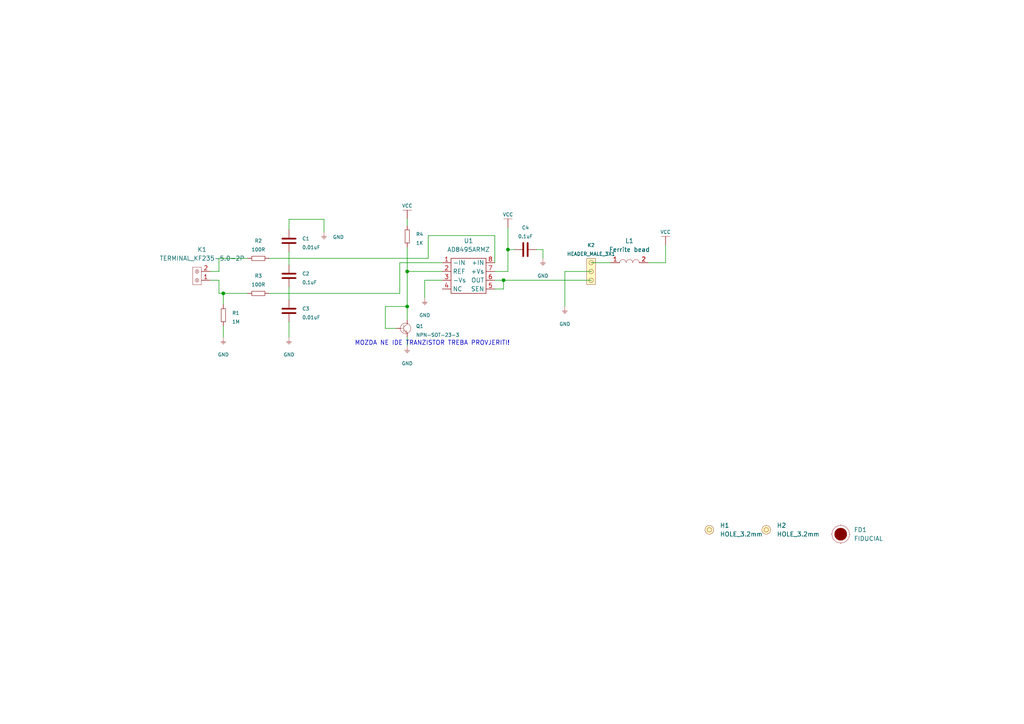
<source format=kicad_sch>
(kicad_sch (version 20210621) (generator eeschema)

  (uuid 99c002ab-0eea-43df-a330-928f95623910)

  (paper "A4")

  (lib_symbols
    (symbol "e-radionica.com schematics:0603C" (pin_numbers hide) (pin_names (offset 0.002)) (in_bom yes) (on_board yes)
      (property "Reference" "C" (id 0) (at -0.635 3.175 0)
        (effects (font (size 1 1)))
      )
      (property "Value" "0603C" (id 1) (at 0 -3.175 0)
        (effects (font (size 1 1)))
      )
      (property "Footprint" "e-radionica.com footprinti:0603C" (id 2) (at 0 0 0)
        (effects (font (size 1 1)) hide)
      )
      (property "Datasheet" "" (id 3) (at 0 0 0)
        (effects (font (size 1 1)) hide)
      )
      (symbol "0603C_0_1"
        (polyline
          (pts
            (xy -0.635 1.905)
            (xy -0.635 -1.905)
          )
          (stroke (width 0.5)) (fill (type none))
        )
        (polyline
          (pts
            (xy 0.635 1.905)
            (xy 0.635 -1.905)
          )
          (stroke (width 0.5)) (fill (type none))
        )
      )
      (symbol "0603C_1_1"
        (pin passive line (at -3.175 0 0) (length 2.54)
          (name "~" (effects (font (size 1.27 1.27))))
          (number "1" (effects (font (size 1.27 1.27))))
        )
        (pin passive line (at 3.175 0 180) (length 2.54)
          (name "~" (effects (font (size 1.27 1.27))))
          (number "2" (effects (font (size 1.27 1.27))))
        )
      )
    )
    (symbol "e-radionica.com schematics:0603L" (in_bom yes) (on_board yes)
      (property "Reference" "L" (id 0) (at 0 1.905 0)
        (effects (font (size 1.27 1.27)))
      )
      (property "Value" "0603L" (id 1) (at 0 -1.27 0)
        (effects (font (size 1.27 1.27)))
      )
      (property "Footprint" "e-radionica.com footprinti:0603L" (id 2) (at 0 -1.27 0)
        (effects (font (size 1.27 1.27)) hide)
      )
      (property "Datasheet" "" (id 3) (at 0 -1.27 0)
        (effects (font (size 1.27 1.27)) hide)
      )
      (symbol "0603L_0_1"
        (arc (start -3.175 0) (end -1.27 0) (radius (at -2.2225 -0.0138) (length 0.9526) (angles 179.2 0.8))
          (stroke (width 0.0006)) (fill (type none))
        )
        (arc (start -1.27 0) (end 0.635 0) (radius (at -0.3175 -0.0138) (length 0.9526) (angles 179.2 0.8))
          (stroke (width 0.0006)) (fill (type none))
        )
        (arc (start 0.635 0) (end 2.54 0) (radius (at 1.5875 -0.0138) (length 0.9526) (angles 179.2 0.8))
          (stroke (width 0.0006)) (fill (type none))
        )
      )
      (symbol "0603L_1_1"
        (pin passive line (at -5.715 0 0) (length 2.54)
          (name "" (effects (font (size 1.27 1.27))))
          (number "1" (effects (font (size 1.27 1.27))))
        )
        (pin passive line (at 5.08 0 180) (length 2.54)
          (name "" (effects (font (size 1.27 1.27))))
          (number "2" (effects (font (size 1.27 1.27))))
        )
      )
    )
    (symbol "e-radionica.com schematics:0603R" (pin_numbers hide) (pin_names (offset 0.254)) (in_bom yes) (on_board yes)
      (property "Reference" "R" (id 0) (at -1.905 1.905 0)
        (effects (font (size 1 1)))
      )
      (property "Value" "0603R" (id 1) (at 0 -1.905 0)
        (effects (font (size 1 1)))
      )
      (property "Footprint" "e-radionica.com footprinti:0603R" (id 2) (at -0.635 1.905 0)
        (effects (font (size 1 1)) hide)
      )
      (property "Datasheet" "" (id 3) (at -0.635 1.905 0)
        (effects (font (size 1 1)) hide)
      )
      (symbol "0603R_0_1"
        (rectangle (start -1.905 -0.635) (end 1.905 -0.6604)
          (stroke (width 0.1)) (fill (type none))
        )
        (rectangle (start -1.905 0.635) (end -1.8796 -0.635)
          (stroke (width 0.1)) (fill (type none))
        )
        (rectangle (start -1.905 0.635) (end 1.905 0.6096)
          (stroke (width 0.1)) (fill (type none))
        )
        (rectangle (start 1.905 0.635) (end 1.9304 -0.635)
          (stroke (width 0.1)) (fill (type none))
        )
      )
      (symbol "0603R_1_1"
        (pin passive line (at -3.175 0 0) (length 1.27)
          (name "~" (effects (font (size 1.27 1.27))))
          (number "1" (effects (font (size 1.27 1.27))))
        )
        (pin passive line (at 3.175 0 180) (length 1.27)
          (name "~" (effects (font (size 1.27 1.27))))
          (number "2" (effects (font (size 1.27 1.27))))
        )
      )
    )
    (symbol "e-radionica.com schematics:AD8495ARMZ" (in_bom yes) (on_board yes)
      (property "Reference" "U" (id 0) (at 0 -6.35 0)
        (effects (font (size 1.27 1.27)))
      )
      (property "Value" "AD8495ARMZ" (id 1) (at 0 10.16 0)
        (effects (font (size 1.27 1.27)))
      )
      (property "Footprint" "e-radionica.com footprinti:TP4056M-MSOP8" (id 2) (at 0 0 0)
        (effects (font (size 1.27 1.27)) hide)
      )
      (property "Datasheet" "" (id 3) (at 0 0 0)
        (effects (font (size 1.27 1.27)) hide)
      )
      (symbol "AD8495ARMZ_0_1"
        (rectangle (start -5.08 5.08) (end 5.08 -5.08)
          (stroke (width 0.1524)) (fill (type none))
        )
      )
      (symbol "AD8495ARMZ_1_1"
        (pin passive line (at -7.62 3.81 0) (length 2.54)
          (name "-IN" (effects (font (size 1.27 1.27))))
          (number "1" (effects (font (size 1.27 1.27))))
        )
        (pin passive line (at -7.62 1.27 0) (length 2.54)
          (name "REF" (effects (font (size 1.27 1.27))))
          (number "2" (effects (font (size 1.27 1.27))))
        )
        (pin passive line (at -7.62 -1.27 0) (length 2.54)
          (name "-Vs" (effects (font (size 1.27 1.27))))
          (number "3" (effects (font (size 1.27 1.27))))
        )
        (pin passive line (at -7.62 -3.81 0) (length 2.54)
          (name "NC" (effects (font (size 1.27 1.27))))
          (number "4" (effects (font (size 1.27 1.27))))
        )
        (pin passive line (at 7.62 -3.81 180) (length 2.54)
          (name "SEN" (effects (font (size 1.27 1.27))))
          (number "5" (effects (font (size 1.27 1.27))))
        )
        (pin passive line (at 7.62 -1.27 180) (length 2.54)
          (name "OUT" (effects (font (size 1.27 1.27))))
          (number "6" (effects (font (size 1.27 1.27))))
        )
        (pin passive line (at 7.62 1.27 180) (length 2.54)
          (name "+Vs" (effects (font (size 1.27 1.27))))
          (number "7" (effects (font (size 1.27 1.27))))
        )
        (pin passive line (at 7.62 3.81 180) (length 2.54)
          (name "+IN" (effects (font (size 1.27 1.27))))
          (number "8" (effects (font (size 1.27 1.27))))
        )
      )
    )
    (symbol "e-radionica.com schematics:FIDUCIAL" (in_bom no) (on_board yes)
      (property "Reference" "FD" (id 0) (at 0 3.81 0)
        (effects (font (size 1.27 1.27)))
      )
      (property "Value" "FIDUCIAL" (id 1) (at 0 -3.81 0)
        (effects (font (size 1.27 1.27)))
      )
      (property "Footprint" "e-radionica.com footprinti:FIDUCIAL_23" (id 2) (at 0.254 -5.334 0)
        (effects (font (size 1.27 1.27)) hide)
      )
      (property "Datasheet" "" (id 3) (at 0 0 0)
        (effects (font (size 1.27 1.27)) hide)
      )
      (symbol "FIDUCIAL_0_1"
        (circle (center 0 0) (radius 2.54) (stroke (width 0.0006)) (fill (type none)))
        (circle (center 0 0) (radius 1.7961) (stroke (width 0.001)) (fill (type outline)))
        (polyline
          (pts
            (xy -2.54 0)
            (xy -2.794 0)
          )
          (stroke (width 0.0006)) (fill (type none))
        )
        (polyline
          (pts
            (xy 0 -2.54)
            (xy 0 -2.794)
          )
          (stroke (width 0.0006)) (fill (type none))
        )
        (polyline
          (pts
            (xy 0 2.54)
            (xy 0 2.794)
          )
          (stroke (width 0.0006)) (fill (type none))
        )
        (polyline
          (pts
            (xy 2.54 0)
            (xy 2.794 0)
          )
          (stroke (width 0.0006)) (fill (type none))
        )
      )
    )
    (symbol "e-radionica.com schematics:GND" (power) (pin_names (offset 0)) (in_bom yes) (on_board yes)
      (property "Reference" "#PWR" (id 0) (at 4.445 0 0)
        (effects (font (size 1 1)) hide)
      )
      (property "Value" "GND" (id 1) (at 0 -2.921 0)
        (effects (font (size 1 1)))
      )
      (property "Footprint" "" (id 2) (at 4.445 3.81 0)
        (effects (font (size 1 1)) hide)
      )
      (property "Datasheet" "" (id 3) (at 4.445 3.81 0)
        (effects (font (size 1 1)) hide)
      )
      (property "ki_keywords" "power-flag" (id 4) (at 0 0 0)
        (effects (font (size 1.27 1.27)) hide)
      )
      (property "ki_description" "Power symbol creates a global label with name \"GND\"" (id 5) (at 0 0 0)
        (effects (font (size 1.27 1.27)) hide)
      )
      (symbol "GND_0_1"
        (polyline
          (pts
            (xy -0.762 -1.27)
            (xy 0.762 -1.27)
          )
          (stroke (width 0.0006)) (fill (type none))
        )
        (polyline
          (pts
            (xy -0.635 -1.524)
            (xy 0.635 -1.524)
          )
          (stroke (width 0.0006)) (fill (type none))
        )
        (polyline
          (pts
            (xy -0.381 -1.778)
            (xy 0.381 -1.778)
          )
          (stroke (width 0.0006)) (fill (type none))
        )
        (polyline
          (pts
            (xy -0.127 -2.032)
            (xy 0.127 -2.032)
          )
          (stroke (width 0.0006)) (fill (type none))
        )
        (polyline
          (pts
            (xy 0 0)
            (xy 0 -1.27)
          )
          (stroke (width 0.0006)) (fill (type none))
        )
      )
      (symbol "GND_1_1"
        (pin power_in line (at 0 0 270) (length 0) hide
          (name "GND" (effects (font (size 1.27 1.27))))
          (number "1" (effects (font (size 1.27 1.27))))
        )
      )
    )
    (symbol "e-radionica.com schematics:HEADER_MALE_3X1" (pin_numbers hide) (pin_names hide) (in_bom yes) (on_board yes)
      (property "Reference" "K" (id 0) (at -0.635 5.08 0)
        (effects (font (size 1 1)))
      )
      (property "Value" "HEADER_MALE_3X1" (id 1) (at 0 -5.08 0)
        (effects (font (size 1 1)))
      )
      (property "Footprint" "e-radionica.com footprinti:HEADER_MALE_3X1" (id 2) (at 0 -7.62 0)
        (effects (font (size 1 1)) hide)
      )
      (property "Datasheet" "" (id 3) (at 0 -2.54 0)
        (effects (font (size 1 1)) hide)
      )
      (symbol "HEADER_MALE_3X1_0_1"
        (circle (center 0 -2.54) (radius 0.635) (stroke (width 0.0006)) (fill (type none)))
        (circle (center 0 0) (radius 0.635) (stroke (width 0.0006)) (fill (type none)))
        (circle (center 0 2.54) (radius 0.635) (stroke (width 0.0006)) (fill (type none)))
        (rectangle (start 1.27 -3.81) (end -1.27 3.81)
          (stroke (width 0.001)) (fill (type background))
        )
      )
      (symbol "HEADER_MALE_3X1_1_1"
        (pin passive line (at 0 -2.54 180) (length 0)
          (name "~" (effects (font (size 1 1))))
          (number "1" (effects (font (size 1 1))))
        )
        (pin passive line (at 0 0 180) (length 0)
          (name "~" (effects (font (size 1 1))))
          (number "2" (effects (font (size 1 1))))
        )
        (pin passive line (at 0 2.54 180) (length 0)
          (name "~" (effects (font (size 1 1))))
          (number "3" (effects (font (size 1 1))))
        )
      )
    )
    (symbol "e-radionica.com schematics:HOLE_3.2mm" (pin_numbers hide) (pin_names hide) (in_bom yes) (on_board yes)
      (property "Reference" "H" (id 0) (at 0 2.54 0)
        (effects (font (size 1.27 1.27)))
      )
      (property "Value" "HOLE_3.2mm" (id 1) (at 0 -2.54 0)
        (effects (font (size 1.27 1.27)))
      )
      (property "Footprint" "e-radionica.com footprinti:HOLE_3.2mm" (id 2) (at 0 0 0)
        (effects (font (size 1.27 1.27)) hide)
      )
      (property "Datasheet" "" (id 3) (at 0 0 0)
        (effects (font (size 1.27 1.27)) hide)
      )
      (symbol "HOLE_3.2mm_0_1"
        (circle (center 0 0) (radius 0.635) (stroke (width 0.0006)) (fill (type none)))
        (circle (center 0 0) (radius 1.27) (stroke (width 0.001)) (fill (type background)))
      )
    )
    (symbol "e-radionica.com schematics:NPN-SOT-23-3" (pin_numbers hide) (pin_names hide) (in_bom yes) (on_board yes)
      (property "Reference" "Q" (id 0) (at -2.286 2.921 0)
        (effects (font (size 1 1)))
      )
      (property "Value" "NPN-SOT-23-3" (id 1) (at 0 -3.81 0)
        (effects (font (size 1 1)))
      )
      (property "Footprint" "e-radionica.com footprinti:SOT-23-3" (id 2) (at 0 0 0)
        (effects (font (size 1 1)) hide)
      )
      (property "Datasheet" "" (id 3) (at 0 0 0)
        (effects (font (size 1 1)) hide)
      )
      (symbol "NPN-SOT-23-3_0_1"
        (circle (center -0.508 0) (radius 1.524) (stroke (width 0.0006)) (fill (type none)))
        (polyline
          (pts
            (xy -2.032 0)
            (xy -1.016 0)
          )
          (stroke (width 0.0006)) (fill (type none))
        )
        (polyline
          (pts
            (xy -1.016 -0.381)
            (xy -0.4064 -0.9144)
          )
          (stroke (width 0.1)) (fill (type none))
        )
        (polyline
          (pts
            (xy -1.016 0.381)
            (xy 0 1.27)
          )
          (stroke (width 0.0006)) (fill (type none))
        )
        (polyline
          (pts
            (xy -1.016 1.016)
            (xy -1.016 -1.016)
          )
          (stroke (width 0.0006)) (fill (type none))
        )
        (polyline
          (pts
            (xy -0.6096 -1.1684)
            (xy -0.2032 -0.6604)
            (xy 0 -1.27)
            (xy -0.6096 -1.1684)
          )
          (stroke (width 0.0006)) (fill (type none))
        )
      )
      (symbol "NPN-SOT-23-3_1_1"
        (pin passive line (at -3.175 0 0) (length 1.27)
          (name "B" (effects (font (size 1 1))))
          (number "1" (effects (font (size 1 1))))
        )
        (pin passive line (at 0 -2.54 90) (length 1.27)
          (name "E" (effects (font (size 1 1))))
          (number "2" (effects (font (size 1 1))))
        )
        (pin passive line (at 0 2.54 270) (length 1.27)
          (name "C" (effects (font (size 1 1))))
          (number "3" (effects (font (size 1 1))))
        )
      )
    )
    (symbol "e-radionica.com schematics:TERMINAL_KF235-5.0-2P" (in_bom yes) (on_board yes)
      (property "Reference" "K" (id 0) (at 0 3.81 0)
        (effects (font (size 1.27 1.27)))
      )
      (property "Value" "TERMINAL_KF235-5.0-2P" (id 1) (at 0 -3.81 0)
        (effects (font (size 1.27 1.27)))
      )
      (property "Footprint" "e-radionica.com footprinti:TERMINAL_KF235-5.0-2P" (id 2) (at 0 0 0)
        (effects (font (size 1.27 1.27)) hide)
      )
      (property "Datasheet" "" (id 3) (at 0 0 0)
        (effects (font (size 1.27 1.27)) hide)
      )
      (symbol "TERMINAL_KF235-5.0-2P_0_1"
        (circle (center 0 -1.27) (radius 0.508) (stroke (width 0.0006)) (fill (type none)))
        (circle (center 0 1.27) (radius 0.508) (stroke (width 0.0006)) (fill (type none)))
        (rectangle (start -1.27 2.54) (end 1.27 -2.54)
          (stroke (width 0.0006)) (fill (type none))
        )
        (polyline
          (pts
            (xy -0.254 -1.27)
            (xy 0.254 -1.27)
          )
          (stroke (width 0.0006)) (fill (type none))
        )
        (polyline
          (pts
            (xy -0.254 1.27)
            (xy 0.254 1.27)
          )
          (stroke (width 0.0006)) (fill (type none))
        )
        (polyline
          (pts
            (xy 0 -0.762)
            (xy 0 -1.778)
          )
          (stroke (width 0.0006)) (fill (type none))
        )
        (polyline
          (pts
            (xy 0 1.778)
            (xy 0 0.762)
          )
          (stroke (width 0.0006)) (fill (type none))
        )
      )
      (symbol "TERMINAL_KF235-5.0-2P_1_1"
        (pin input line (at -3.81 1.27 0) (length 2.54)
          (name "~" (effects (font (size 1.27 1.27))))
          (number "1" (effects (font (size 1.27 1.27))))
        )
        (pin input line (at -3.81 -1.27 0) (length 2.54)
          (name "~" (effects (font (size 1.27 1.27))))
          (number "2" (effects (font (size 1.27 1.27))))
        )
      )
    )
    (symbol "e-radionica.com schematics:VCC" (power) (pin_names (offset 0)) (in_bom yes) (on_board yes)
      (property "Reference" "#PWR" (id 0) (at 4.445 0 0)
        (effects (font (size 1 1)) hide)
      )
      (property "Value" "VCC" (id 1) (at 0 3.556 0)
        (effects (font (size 1 1)))
      )
      (property "Footprint" "" (id 2) (at 4.445 3.81 0)
        (effects (font (size 1 1)) hide)
      )
      (property "Datasheet" "" (id 3) (at 4.445 3.81 0)
        (effects (font (size 1 1)) hide)
      )
      (property "ki_keywords" "power-flag" (id 4) (at 0 0 0)
        (effects (font (size 1.27 1.27)) hide)
      )
      (property "ki_description" "Power symbol creates a global label with name \"VCC\"" (id 5) (at 0 0 0)
        (effects (font (size 1.27 1.27)) hide)
      )
      (symbol "VCC_0_1"
        (polyline
          (pts
            (xy -1.27 2.54)
            (xy 1.27 2.54)
          )
          (stroke (width 0.0006)) (fill (type none))
        )
        (polyline
          (pts
            (xy 0 0)
            (xy 0 2.54)
          )
          (stroke (width 0)) (fill (type none))
        )
      )
      (symbol "VCC_1_1"
        (pin power_in line (at 0 0 90) (length 0) hide
          (name "VCC" (effects (font (size 1.27 1.27))))
          (number "1" (effects (font (size 1.27 1.27))))
        )
      )
    )
  )

  (junction (at 64.77 85.09) (diameter 0.9144) (color 0 0 0 0))
  (junction (at 118.11 78.74) (diameter 0.9144) (color 0 0 0 0))
  (junction (at 118.11 88.9) (diameter 0.9144) (color 0 0 0 0))
  (junction (at 146.05 81.28) (diameter 0.9144) (color 0 0 0 0))
  (junction (at 147.32 72.39) (diameter 0.9144) (color 0 0 0 0))

  (wire (pts (xy 60.96 78.74) (xy 63.5 78.74))
    (stroke (width 0) (type solid) (color 0 0 0 0))
    (uuid da48b8d4-973d-46aa-b738-540de0c00343)
  )
  (wire (pts (xy 60.96 81.28) (xy 63.5 81.28))
    (stroke (width 0) (type solid) (color 0 0 0 0))
    (uuid 65329ee2-42b1-42a5-a7d3-cb5059611159)
  )
  (wire (pts (xy 63.5 74.93) (xy 71.755 74.93))
    (stroke (width 0) (type solid) (color 0 0 0 0))
    (uuid da48b8d4-973d-46aa-b738-540de0c00343)
  )
  (wire (pts (xy 63.5 78.74) (xy 63.5 74.93))
    (stroke (width 0) (type solid) (color 0 0 0 0))
    (uuid da48b8d4-973d-46aa-b738-540de0c00343)
  )
  (wire (pts (xy 63.5 81.28) (xy 63.5 85.09))
    (stroke (width 0) (type solid) (color 0 0 0 0))
    (uuid 65329ee2-42b1-42a5-a7d3-cb5059611159)
  )
  (wire (pts (xy 63.5 85.09) (xy 64.77 85.09))
    (stroke (width 0) (type solid) (color 0 0 0 0))
    (uuid 65329ee2-42b1-42a5-a7d3-cb5059611159)
  )
  (wire (pts (xy 64.77 85.09) (xy 64.77 88.265))
    (stroke (width 0) (type solid) (color 0 0 0 0))
    (uuid 36010e3e-c1e5-4f1e-9ba1-17ff6e30f4c1)
  )
  (wire (pts (xy 64.77 85.09) (xy 71.755 85.09))
    (stroke (width 0) (type solid) (color 0 0 0 0))
    (uuid 65329ee2-42b1-42a5-a7d3-cb5059611159)
  )
  (wire (pts (xy 64.77 94.615) (xy 64.77 97.79))
    (stroke (width 0) (type solid) (color 0 0 0 0))
    (uuid 863cbfba-3503-4f44-8466-9277e6100c75)
  )
  (wire (pts (xy 78.105 85.09) (xy 115.951 85.09))
    (stroke (width 0) (type solid) (color 0 0 0 0))
    (uuid a373d7ee-be1a-4bcc-8c9f-acb7486ae7f7)
  )
  (wire (pts (xy 83.82 63.627) (xy 93.98 63.627))
    (stroke (width 0) (type solid) (color 0 0 0 0))
    (uuid cc02633b-cca5-4b82-ab17-ba7a47c27b73)
  )
  (wire (pts (xy 83.82 66.675) (xy 83.82 63.627))
    (stroke (width 0) (type solid) (color 0 0 0 0))
    (uuid cc02633b-cca5-4b82-ab17-ba7a47c27b73)
  )
  (wire (pts (xy 83.82 73.025) (xy 83.82 76.835))
    (stroke (width 0) (type solid) (color 0 0 0 0))
    (uuid 6b2e368a-2880-4dd2-8131-078fb9fe5e74)
  )
  (wire (pts (xy 83.82 83.185) (xy 83.82 86.995))
    (stroke (width 0) (type solid) (color 0 0 0 0))
    (uuid ca69ebfd-65bb-46e1-829b-0f7442076a1c)
  )
  (wire (pts (xy 83.82 93.345) (xy 83.82 97.79))
    (stroke (width 0) (type solid) (color 0 0 0 0))
    (uuid 82cbc508-d790-47ea-95f9-923d40f597a1)
  )
  (wire (pts (xy 93.98 63.627) (xy 93.98 67.31))
    (stroke (width 0) (type solid) (color 0 0 0 0))
    (uuid cc02633b-cca5-4b82-ab17-ba7a47c27b73)
  )
  (wire (pts (xy 111.76 88.9) (xy 111.76 95.25))
    (stroke (width 0) (type solid) (color 0 0 0 0))
    (uuid 316d05c4-b2fa-4f29-98b6-58ad6f17ae54)
  )
  (wire (pts (xy 111.76 95.25) (xy 114.935 95.25))
    (stroke (width 0) (type solid) (color 0 0 0 0))
    (uuid 316d05c4-b2fa-4f29-98b6-58ad6f17ae54)
  )
  (wire (pts (xy 115.951 76.2) (xy 128.27 76.2))
    (stroke (width 0) (type solid) (color 0 0 0 0))
    (uuid a373d7ee-be1a-4bcc-8c9f-acb7486ae7f7)
  )
  (wire (pts (xy 115.951 85.09) (xy 115.951 76.2))
    (stroke (width 0) (type solid) (color 0 0 0 0))
    (uuid a373d7ee-be1a-4bcc-8c9f-acb7486ae7f7)
  )
  (wire (pts (xy 118.11 63.5) (xy 118.11 65.405))
    (stroke (width 0) (type solid) (color 0 0 0 0))
    (uuid 1fdc4f05-7dc0-4f47-8a30-4b6095c2c1a6)
  )
  (wire (pts (xy 118.11 78.74) (xy 118.11 71.755))
    (stroke (width 0) (type solid) (color 0 0 0 0))
    (uuid 3cd7abe0-9a65-4de3-a30a-df6d67fae795)
  )
  (wire (pts (xy 118.11 78.74) (xy 118.11 88.9))
    (stroke (width 0) (type solid) (color 0 0 0 0))
    (uuid 41ecb85b-c73b-41cb-9300-a3d1fb4cf277)
  )
  (wire (pts (xy 118.11 88.9) (xy 111.76 88.9))
    (stroke (width 0) (type solid) (color 0 0 0 0))
    (uuid 316d05c4-b2fa-4f29-98b6-58ad6f17ae54)
  )
  (wire (pts (xy 118.11 88.9) (xy 118.11 92.71))
    (stroke (width 0) (type solid) (color 0 0 0 0))
    (uuid 41ecb85b-c73b-41cb-9300-a3d1fb4cf277)
  )
  (wire (pts (xy 118.11 97.79) (xy 118.11 100.33))
    (stroke (width 0) (type solid) (color 0 0 0 0))
    (uuid c3583a05-3e0d-4ca3-824c-7f96663a8e23)
  )
  (wire (pts (xy 123.19 81.28) (xy 123.19 86.36))
    (stroke (width 0) (type solid) (color 0 0 0 0))
    (uuid 163f5061-f451-4697-a352-7615c8685d4b)
  )
  (wire (pts (xy 124.206 68.326) (xy 124.206 74.93))
    (stroke (width 0) (type solid) (color 0 0 0 0))
    (uuid c8de6b3a-0fd8-4ccf-9a22-9f9794deb35f)
  )
  (wire (pts (xy 124.206 74.93) (xy 78.105 74.93))
    (stroke (width 0) (type solid) (color 0 0 0 0))
    (uuid c8de6b3a-0fd8-4ccf-9a22-9f9794deb35f)
  )
  (wire (pts (xy 128.27 78.74) (xy 118.11 78.74))
    (stroke (width 0) (type solid) (color 0 0 0 0))
    (uuid 3cd7abe0-9a65-4de3-a30a-df6d67fae795)
  )
  (wire (pts (xy 128.27 81.28) (xy 123.19 81.28))
    (stroke (width 0) (type solid) (color 0 0 0 0))
    (uuid 163f5061-f451-4697-a352-7615c8685d4b)
  )
  (wire (pts (xy 143.51 68.326) (xy 124.206 68.326))
    (stroke (width 0) (type solid) (color 0 0 0 0))
    (uuid c8de6b3a-0fd8-4ccf-9a22-9f9794deb35f)
  )
  (wire (pts (xy 143.51 76.2) (xy 143.51 68.326))
    (stroke (width 0) (type solid) (color 0 0 0 0))
    (uuid c8de6b3a-0fd8-4ccf-9a22-9f9794deb35f)
  )
  (wire (pts (xy 143.51 81.28) (xy 146.05 81.28))
    (stroke (width 0) (type solid) (color 0 0 0 0))
    (uuid 8d4c5bfc-5740-4d49-954e-4360ae949b44)
  )
  (wire (pts (xy 143.51 83.82) (xy 146.05 83.82))
    (stroke (width 0) (type solid) (color 0 0 0 0))
    (uuid 1e228094-11cc-4f51-a5b5-4346885d9953)
  )
  (wire (pts (xy 146.05 81.28) (xy 171.45 81.28))
    (stroke (width 0) (type solid) (color 0 0 0 0))
    (uuid 8d4c5bfc-5740-4d49-954e-4360ae949b44)
  )
  (wire (pts (xy 146.05 83.82) (xy 146.05 81.28))
    (stroke (width 0) (type solid) (color 0 0 0 0))
    (uuid 1e228094-11cc-4f51-a5b5-4346885d9953)
  )
  (wire (pts (xy 147.32 66.04) (xy 147.32 72.39))
    (stroke (width 0) (type solid) (color 0 0 0 0))
    (uuid 2e33b465-f24d-40d4-84a4-65330cb7ac0b)
  )
  (wire (pts (xy 147.32 72.39) (xy 147.32 78.74))
    (stroke (width 0) (type solid) (color 0 0 0 0))
    (uuid 2e33b465-f24d-40d4-84a4-65330cb7ac0b)
  )
  (wire (pts (xy 147.32 72.39) (xy 149.225 72.39))
    (stroke (width 0) (type solid) (color 0 0 0 0))
    (uuid 3642b686-819d-40f0-8e9c-082867012801)
  )
  (wire (pts (xy 147.32 78.74) (xy 143.51 78.74))
    (stroke (width 0) (type solid) (color 0 0 0 0))
    (uuid 2e33b465-f24d-40d4-84a4-65330cb7ac0b)
  )
  (wire (pts (xy 157.48 72.39) (xy 155.575 72.39))
    (stroke (width 0) (type solid) (color 0 0 0 0))
    (uuid 4e4b115e-88a3-43a8-90b0-5bb031a549ca)
  )
  (wire (pts (xy 157.48 74.93) (xy 157.48 72.39))
    (stroke (width 0) (type solid) (color 0 0 0 0))
    (uuid 4e4b115e-88a3-43a8-90b0-5bb031a549ca)
  )
  (wire (pts (xy 163.83 78.74) (xy 163.83 88.9))
    (stroke (width 0) (type solid) (color 0 0 0 0))
    (uuid c019cedd-79fd-480d-83ff-fe1d677a4223)
  )
  (wire (pts (xy 171.45 76.2) (xy 177.165 76.2))
    (stroke (width 0) (type solid) (color 0 0 0 0))
    (uuid a2278deb-3784-4794-a0fc-fd0f6cd6b83c)
  )
  (wire (pts (xy 171.45 78.74) (xy 163.83 78.74))
    (stroke (width 0) (type solid) (color 0 0 0 0))
    (uuid c019cedd-79fd-480d-83ff-fe1d677a4223)
  )
  (wire (pts (xy 187.96 76.2) (xy 193.04 76.2))
    (stroke (width 0) (type solid) (color 0 0 0 0))
    (uuid 9ff20c62-62dd-4396-a1c0-c1c08f37dc6d)
  )
  (wire (pts (xy 193.04 76.2) (xy 193.04 71.12))
    (stroke (width 0) (type solid) (color 0 0 0 0))
    (uuid 9ff20c62-62dd-4396-a1c0-c1c08f37dc6d)
  )

  (text "MOZDA NE IDE TRANZISTOR TREBA PROVJERITI!" (at 102.87 100.33 0)
    (effects (font (size 1.27 1.27)) (justify left bottom))
    (uuid 5ae745e0-1182-48c2-b534-12f70eee832d)
  )

  (symbol (lib_id "e-radionica.com schematics:GND") (at 64.77 97.79 0) (unit 1)
    (in_bom yes) (on_board yes) (fields_autoplaced)
    (uuid 37603d53-f931-4b82-88fd-dc0e7771cc6a)
    (property "Reference" "#PWR01" (id 0) (at 69.215 97.79 0)
      (effects (font (size 1 1)) hide)
    )
    (property "Value" "GND" (id 1) (at 64.77 102.87 0)
      (effects (font (size 1 1)))
    )
    (property "Footprint" "" (id 2) (at 69.215 93.98 0)
      (effects (font (size 1 1)) hide)
    )
    (property "Datasheet" "" (id 3) (at 69.215 93.98 0)
      (effects (font (size 1 1)) hide)
    )
    (pin "1" (uuid f216fce7-491e-4986-943a-a7328b38d57f))
  )

  (symbol (lib_id "e-radionica.com schematics:GND") (at 83.82 97.79 0) (unit 1)
    (in_bom yes) (on_board yes) (fields_autoplaced)
    (uuid bb8a6da9-ee27-45bb-a985-11cf1f13ca0b)
    (property "Reference" "#PWR02" (id 0) (at 88.265 97.79 0)
      (effects (font (size 1 1)) hide)
    )
    (property "Value" "GND" (id 1) (at 83.82 102.87 0)
      (effects (font (size 1 1)))
    )
    (property "Footprint" "" (id 2) (at 88.265 93.98 0)
      (effects (font (size 1 1)) hide)
    )
    (property "Datasheet" "" (id 3) (at 88.265 93.98 0)
      (effects (font (size 1 1)) hide)
    )
    (pin "1" (uuid 96cfde23-8537-4d3e-a70f-fca80726a845))
  )

  (symbol (lib_id "e-radionica.com schematics:GND") (at 93.98 67.31 0) (unit 1)
    (in_bom yes) (on_board yes) (fields_autoplaced)
    (uuid 9100221e-95c7-400c-bc73-c662ea3cdff7)
    (property "Reference" "#PWR03" (id 0) (at 98.425 67.31 0)
      (effects (font (size 1 1)) hide)
    )
    (property "Value" "GND" (id 1) (at 96.52 68.7706 0)
      (effects (font (size 1 1)) (justify left))
    )
    (property "Footprint" "" (id 2) (at 98.425 63.5 0)
      (effects (font (size 1 1)) hide)
    )
    (property "Datasheet" "" (id 3) (at 98.425 63.5 0)
      (effects (font (size 1 1)) hide)
    )
    (pin "1" (uuid 160a94e0-a6fa-400f-b7ec-30a5803f6632))
  )

  (symbol (lib_id "e-radionica.com schematics:GND") (at 118.11 100.33 0) (unit 1)
    (in_bom yes) (on_board yes) (fields_autoplaced)
    (uuid 77537a99-05be-4fd9-96ca-a41452ec777f)
    (property "Reference" "#PWR05" (id 0) (at 122.555 100.33 0)
      (effects (font (size 1 1)) hide)
    )
    (property "Value" "GND" (id 1) (at 118.11 105.41 0)
      (effects (font (size 1 1)))
    )
    (property "Footprint" "" (id 2) (at 122.555 96.52 0)
      (effects (font (size 1 1)) hide)
    )
    (property "Datasheet" "" (id 3) (at 122.555 96.52 0)
      (effects (font (size 1 1)) hide)
    )
    (pin "1" (uuid 21ddf031-7f7f-40e0-ad0e-3bfb38e928f3))
  )

  (symbol (lib_id "e-radionica.com schematics:GND") (at 123.19 86.36 0) (unit 1)
    (in_bom yes) (on_board yes) (fields_autoplaced)
    (uuid f46d28ec-a08b-4efc-ba3a-c52f296d1188)
    (property "Reference" "#PWR06" (id 0) (at 127.635 86.36 0)
      (effects (font (size 1 1)) hide)
    )
    (property "Value" "GND" (id 1) (at 123.19 91.44 0)
      (effects (font (size 1 1)))
    )
    (property "Footprint" "" (id 2) (at 127.635 82.55 0)
      (effects (font (size 1 1)) hide)
    )
    (property "Datasheet" "" (id 3) (at 127.635 82.55 0)
      (effects (font (size 1 1)) hide)
    )
    (pin "1" (uuid da27aba3-689e-4649-b1cb-b0c1598d3523))
  )

  (symbol (lib_id "e-radionica.com schematics:GND") (at 157.48 74.93 0) (unit 1)
    (in_bom yes) (on_board yes) (fields_autoplaced)
    (uuid 1ca6ad60-5b0b-4079-a3b0-69a450f4a993)
    (property "Reference" "#PWR08" (id 0) (at 161.925 74.93 0)
      (effects (font (size 1 1)) hide)
    )
    (property "Value" "GND" (id 1) (at 157.48 80.01 0)
      (effects (font (size 1 1)))
    )
    (property "Footprint" "" (id 2) (at 161.925 71.12 0)
      (effects (font (size 1 1)) hide)
    )
    (property "Datasheet" "" (id 3) (at 161.925 71.12 0)
      (effects (font (size 1 1)) hide)
    )
    (pin "1" (uuid 5b67b9c3-fdc8-4ab4-b833-8619eeb5abc6))
  )

  (symbol (lib_id "e-radionica.com schematics:GND") (at 163.83 88.9 0) (unit 1)
    (in_bom yes) (on_board yes) (fields_autoplaced)
    (uuid 2160f723-1a31-4bed-b5a5-a3101736cc63)
    (property "Reference" "#PWR09" (id 0) (at 168.275 88.9 0)
      (effects (font (size 1 1)) hide)
    )
    (property "Value" "GND" (id 1) (at 163.83 93.98 0)
      (effects (font (size 1 1)))
    )
    (property "Footprint" "" (id 2) (at 168.275 85.09 0)
      (effects (font (size 1 1)) hide)
    )
    (property "Datasheet" "" (id 3) (at 168.275 85.09 0)
      (effects (font (size 1 1)) hide)
    )
    (pin "1" (uuid eb93b5a7-dd51-4f7d-9a43-dfd02558e7fa))
  )

  (symbol (lib_id "e-radionica.com schematics:HOLE_3.2mm") (at 205.74 153.67 0) (unit 1)
    (in_bom yes) (on_board yes) (fields_autoplaced)
    (uuid a67436d8-b855-4177-aacc-7426b1d0508e)
    (property "Reference" "H1" (id 0) (at 208.788 152.3999 0)
      (effects (font (size 1.27 1.27)) (justify left))
    )
    (property "Value" "HOLE_3.2mm" (id 1) (at 208.788 154.9399 0)
      (effects (font (size 1.27 1.27)) (justify left))
    )
    (property "Footprint" "e-radionica.com footprinti:HOLE_3.2mm" (id 2) (at 205.74 153.67 0)
      (effects (font (size 1.27 1.27)) hide)
    )
    (property "Datasheet" "" (id 3) (at 205.74 153.67 0)
      (effects (font (size 1.27 1.27)) hide)
    )
  )

  (symbol (lib_id "e-radionica.com schematics:HOLE_3.2mm") (at 222.25 153.67 0) (unit 1)
    (in_bom yes) (on_board yes) (fields_autoplaced)
    (uuid a91ae76a-5be3-4260-9c48-77ec22ef560d)
    (property "Reference" "H2" (id 0) (at 225.298 152.3999 0)
      (effects (font (size 1.27 1.27)) (justify left))
    )
    (property "Value" "HOLE_3.2mm" (id 1) (at 225.298 154.9399 0)
      (effects (font (size 1.27 1.27)) (justify left))
    )
    (property "Footprint" "e-radionica.com footprinti:HOLE_3.2mm" (id 2) (at 222.25 153.67 0)
      (effects (font (size 1.27 1.27)) hide)
    )
    (property "Datasheet" "" (id 3) (at 222.25 153.67 0)
      (effects (font (size 1.27 1.27)) hide)
    )
  )

  (symbol (lib_id "e-radionica.com schematics:VCC") (at 118.11 63.5 0) (unit 1)
    (in_bom yes) (on_board yes) (fields_autoplaced)
    (uuid 0c9df43b-581e-42d6-a5d3-b5642f0b38e6)
    (property "Reference" "#PWR04" (id 0) (at 122.555 63.5 0)
      (effects (font (size 1 1)) hide)
    )
    (property "Value" "VCC" (id 1) (at 118.11 59.69 0)
      (effects (font (size 1 1)))
    )
    (property "Footprint" "" (id 2) (at 122.555 59.69 0)
      (effects (font (size 1 1)) hide)
    )
    (property "Datasheet" "" (id 3) (at 122.555 59.69 0)
      (effects (font (size 1 1)) hide)
    )
    (pin "1" (uuid c4847537-39fd-4556-a3f9-fd0c46a14bac))
  )

  (symbol (lib_id "e-radionica.com schematics:VCC") (at 147.32 66.04 0) (unit 1)
    (in_bom yes) (on_board yes) (fields_autoplaced)
    (uuid 27782c21-7cb8-4fc3-ad35-87222d731a81)
    (property "Reference" "#PWR07" (id 0) (at 151.765 66.04 0)
      (effects (font (size 1 1)) hide)
    )
    (property "Value" "VCC" (id 1) (at 147.32 62.23 0)
      (effects (font (size 1 1)))
    )
    (property "Footprint" "" (id 2) (at 151.765 62.23 0)
      (effects (font (size 1 1)) hide)
    )
    (property "Datasheet" "" (id 3) (at 151.765 62.23 0)
      (effects (font (size 1 1)) hide)
    )
    (pin "1" (uuid 6872a0ae-63e0-4c45-b920-4a7e766434d1))
  )

  (symbol (lib_id "e-radionica.com schematics:VCC") (at 193.04 71.12 0) (unit 1)
    (in_bom yes) (on_board yes) (fields_autoplaced)
    (uuid f0704b9e-a020-43aa-b5ce-f718b43e278a)
    (property "Reference" "#PWR010" (id 0) (at 197.485 71.12 0)
      (effects (font (size 1 1)) hide)
    )
    (property "Value" "VCC" (id 1) (at 193.04 67.31 0)
      (effects (font (size 1 1)))
    )
    (property "Footprint" "" (id 2) (at 197.485 67.31 0)
      (effects (font (size 1 1)) hide)
    )
    (property "Datasheet" "" (id 3) (at 197.485 67.31 0)
      (effects (font (size 1 1)) hide)
    )
    (pin "1" (uuid 8496b515-c5e8-49d5-8973-e3cb36a3c531))
  )

  (symbol (lib_id "e-radionica.com schematics:0603R") (at 64.77 91.44 90) (unit 1)
    (in_bom yes) (on_board yes) (fields_autoplaced)
    (uuid 83418f98-8142-4fea-a68f-e21b673f417e)
    (property "Reference" "R1" (id 0) (at 67.31 90.805 90)
      (effects (font (size 1 1)) (justify right))
    )
    (property "Value" "1M" (id 1) (at 67.31 93.345 90)
      (effects (font (size 1 1)) (justify right))
    )
    (property "Footprint" "e-radionica.com footprinti:0603R" (id 2) (at 62.865 92.075 0)
      (effects (font (size 1 1)) hide)
    )
    (property "Datasheet" "" (id 3) (at 62.865 92.075 0)
      (effects (font (size 1 1)) hide)
    )
    (pin "1" (uuid 457b3176-cdc6-4adb-a0a9-9cfafcd92def))
    (pin "2" (uuid 5286fe5e-40a8-4368-9a3f-7c4a88ca657c))
  )

  (symbol (lib_id "e-radionica.com schematics:0603R") (at 74.93 74.93 0) (unit 1)
    (in_bom yes) (on_board yes) (fields_autoplaced)
    (uuid 34d21b28-4695-495b-845b-a4bcce66753b)
    (property "Reference" "R2" (id 0) (at 74.93 69.85 0)
      (effects (font (size 1 1)))
    )
    (property "Value" "100R" (id 1) (at 74.93 72.39 0)
      (effects (font (size 1 1)))
    )
    (property "Footprint" "e-radionica.com footprinti:0603R" (id 2) (at 74.295 73.025 0)
      (effects (font (size 1 1)) hide)
    )
    (property "Datasheet" "" (id 3) (at 74.295 73.025 0)
      (effects (font (size 1 1)) hide)
    )
    (pin "1" (uuid 7f78a206-5a37-473c-938e-44a425ad38b3))
    (pin "2" (uuid c11345aa-26c3-4cdd-96e2-1eeed41e9c0d))
  )

  (symbol (lib_id "e-radionica.com schematics:0603R") (at 74.93 85.09 0) (unit 1)
    (in_bom yes) (on_board yes) (fields_autoplaced)
    (uuid b3194111-014f-426c-92b8-578ecac6585b)
    (property "Reference" "R3" (id 0) (at 74.93 80.01 0)
      (effects (font (size 1 1)))
    )
    (property "Value" "100R" (id 1) (at 74.93 82.55 0)
      (effects (font (size 1 1)))
    )
    (property "Footprint" "e-radionica.com footprinti:0603R" (id 2) (at 74.295 83.185 0)
      (effects (font (size 1 1)) hide)
    )
    (property "Datasheet" "" (id 3) (at 74.295 83.185 0)
      (effects (font (size 1 1)) hide)
    )
    (pin "1" (uuid 959261d7-e43c-4361-ad16-5af389ab2971))
    (pin "2" (uuid eb19e29f-6f7e-4d3b-80b7-c497577fa814))
  )

  (symbol (lib_id "e-radionica.com schematics:0603R") (at 118.11 68.58 90) (unit 1)
    (in_bom yes) (on_board yes) (fields_autoplaced)
    (uuid 49860514-5915-47da-9637-734c62d30dbd)
    (property "Reference" "R4" (id 0) (at 120.65 67.945 90)
      (effects (font (size 1 1)) (justify right))
    )
    (property "Value" "1K" (id 1) (at 120.65 70.485 90)
      (effects (font (size 1 1)) (justify right))
    )
    (property "Footprint" "e-radionica.com footprinti:0603R" (id 2) (at 116.205 69.215 0)
      (effects (font (size 1 1)) hide)
    )
    (property "Datasheet" "" (id 3) (at 116.205 69.215 0)
      (effects (font (size 1 1)) hide)
    )
    (pin "1" (uuid 0f89269f-1f9a-4fe9-afee-1fbf449229d3))
    (pin "2" (uuid 2a9e4f6f-1db4-4f8b-92da-33b51996dc0a))
  )

  (symbol (lib_id "e-radionica.com schematics:0603L") (at 182.88 76.2 0) (unit 1)
    (in_bom yes) (on_board yes) (fields_autoplaced)
    (uuid 142a8d12-ed37-4999-9aa6-2140956285b1)
    (property "Reference" "L1" (id 0) (at 182.5625 69.85 0))
    (property "Value" "Ferrite bead" (id 1) (at 182.5625 72.39 0))
    (property "Footprint" "e-radionica.com footprinti:0603L" (id 2) (at 182.88 77.47 0)
      (effects (font (size 1.27 1.27)) hide)
    )
    (property "Datasheet" "" (id 3) (at 182.88 77.47 0)
      (effects (font (size 1.27 1.27)) hide)
    )
    (pin "1" (uuid 02b20c2f-fc28-4b14-8ed2-3f04373c2fc6))
    (pin "2" (uuid 3e4c0055-e33a-4ae0-949a-8da58b136dff))
  )

  (symbol (lib_id "e-radionica.com schematics:HEADER_MALE_3X1") (at 171.45 78.74 0) (unit 1)
    (in_bom yes) (on_board yes) (fields_autoplaced)
    (uuid c0fb392f-05f3-493c-aadf-24fc2ddcce0b)
    (property "Reference" "K2" (id 0) (at 171.45 71.12 0)
      (effects (font (size 1 1)))
    )
    (property "Value" "HEADER_MALE_3X1" (id 1) (at 171.45 73.66 0)
      (effects (font (size 1 1)))
    )
    (property "Footprint" "e-radionica.com footprinti:HEADER_MALE_3X1" (id 2) (at 171.45 86.36 0)
      (effects (font (size 1 1)) hide)
    )
    (property "Datasheet" "" (id 3) (at 171.45 81.28 0)
      (effects (font (size 1 1)) hide)
    )
    (pin "1" (uuid ca4bb875-c4ec-45f0-860d-e1e5ea162e75))
    (pin "2" (uuid 7f8805db-d15a-484a-ac7d-e4f8ad097f79))
    (pin "3" (uuid 608838a9-29a6-4b94-bbbe-32498d352647))
  )

  (symbol (lib_id "e-radionica.com schematics:NPN-SOT-23-3") (at 118.11 95.25 0) (unit 1)
    (in_bom yes) (on_board yes) (fields_autoplaced)
    (uuid 363e832d-7485-4c8c-957f-f284c94efb01)
    (property "Reference" "Q1" (id 0) (at 120.65 94.615 0)
      (effects (font (size 1 1)) (justify left))
    )
    (property "Value" "NPN-SOT-23-3" (id 1) (at 120.65 97.155 0)
      (effects (font (size 1 1)) (justify left))
    )
    (property "Footprint" "e-radionica.com footprinti:SOT-23-3" (id 2) (at 118.11 95.25 0)
      (effects (font (size 1 1)) hide)
    )
    (property "Datasheet" "" (id 3) (at 118.11 95.25 0)
      (effects (font (size 1 1)) hide)
    )
    (pin "1" (uuid 18ecdbca-0335-4218-a69f-3792142922f7))
    (pin "2" (uuid 23329210-6e78-4e20-8a8f-44068f6c982d))
    (pin "3" (uuid c64f61f8-f4a8-4f25-8b09-8b2cbccf0b42))
  )

  (symbol (lib_id "e-radionica.com schematics:TERMINAL_KF235-5.0-2P") (at 57.15 80.01 180) (unit 1)
    (in_bom yes) (on_board yes) (fields_autoplaced)
    (uuid c06d432b-7b1b-4b1f-96f6-8e1ca6533570)
    (property "Reference" "K1" (id 0) (at 58.6103 72.39 0))
    (property "Value" "TERMINAL_KF235-5.0-2P" (id 1) (at 58.6103 74.93 0))
    (property "Footprint" "e-radionica.com footprinti:TERMINAL_KF235-5.0-2P" (id 2) (at 57.15 80.01 0)
      (effects (font (size 1.27 1.27)) hide)
    )
    (property "Datasheet" "" (id 3) (at 57.15 80.01 0)
      (effects (font (size 1.27 1.27)) hide)
    )
    (pin "1" (uuid 30464340-4d6b-45f7-b869-d21a8a8ed3c7))
    (pin "2" (uuid 5ae2db39-4d0b-403c-b0ef-27cdaa6ea11e))
  )

  (symbol (lib_id "e-radionica.com schematics:0603C") (at 83.82 69.85 90) (unit 1)
    (in_bom yes) (on_board yes) (fields_autoplaced)
    (uuid 8886bc23-3740-4ea3-a2b3-2999eb3372fa)
    (property "Reference" "C1" (id 0) (at 87.63 69.215 90)
      (effects (font (size 1 1)) (justify right))
    )
    (property "Value" "0.01uF" (id 1) (at 87.63 71.755 90)
      (effects (font (size 1 1)) (justify right))
    )
    (property "Footprint" "e-radionica.com footprinti:0603C" (id 2) (at 83.82 69.85 0)
      (effects (font (size 1 1)) hide)
    )
    (property "Datasheet" "" (id 3) (at 83.82 69.85 0)
      (effects (font (size 1 1)) hide)
    )
    (pin "1" (uuid 61345755-60ad-4568-9052-0eac09fd36b0))
    (pin "2" (uuid 4e1ac01a-9b0f-48a4-a3e2-98bec3098060))
  )

  (symbol (lib_id "e-radionica.com schematics:0603C") (at 83.82 80.01 90) (unit 1)
    (in_bom yes) (on_board yes) (fields_autoplaced)
    (uuid 40446c20-215d-4944-b1ac-c56417c1446f)
    (property "Reference" "C2" (id 0) (at 87.63 79.375 90)
      (effects (font (size 1 1)) (justify right))
    )
    (property "Value" "0.1uF" (id 1) (at 87.63 81.915 90)
      (effects (font (size 1 1)) (justify right))
    )
    (property "Footprint" "e-radionica.com footprinti:0603C" (id 2) (at 83.82 80.01 0)
      (effects (font (size 1 1)) hide)
    )
    (property "Datasheet" "" (id 3) (at 83.82 80.01 0)
      (effects (font (size 1 1)) hide)
    )
    (pin "1" (uuid afa5e008-4fca-4df5-857d-0529dbbb602e))
    (pin "2" (uuid 70ba507a-a64c-45bd-be14-8c2b07b0ccd8))
  )

  (symbol (lib_id "e-radionica.com schematics:0603C") (at 83.82 90.17 90) (unit 1)
    (in_bom yes) (on_board yes) (fields_autoplaced)
    (uuid 269bd223-a38e-4539-9425-df4e2116f039)
    (property "Reference" "C3" (id 0) (at 87.63 89.535 90)
      (effects (font (size 1 1)) (justify right))
    )
    (property "Value" "0.01uF" (id 1) (at 87.63 92.075 90)
      (effects (font (size 1 1)) (justify right))
    )
    (property "Footprint" "e-radionica.com footprinti:0603C" (id 2) (at 83.82 90.17 0)
      (effects (font (size 1 1)) hide)
    )
    (property "Datasheet" "" (id 3) (at 83.82 90.17 0)
      (effects (font (size 1 1)) hide)
    )
    (pin "1" (uuid e2ccb32f-44f8-4d39-98c0-631334647f42))
    (pin "2" (uuid 5a89d374-1bd7-48f7-9f78-a7d9ea3f273e))
  )

  (symbol (lib_id "e-radionica.com schematics:0603C") (at 152.4 72.39 0) (unit 1)
    (in_bom yes) (on_board yes) (fields_autoplaced)
    (uuid f4b281d6-8344-4058-8c01-359d3b769511)
    (property "Reference" "C4" (id 0) (at 152.4 66.04 0)
      (effects (font (size 1 1)))
    )
    (property "Value" "0.1uF" (id 1) (at 152.4 68.58 0)
      (effects (font (size 1 1)))
    )
    (property "Footprint" "e-radionica.com footprinti:0603C" (id 2) (at 152.4 72.39 0)
      (effects (font (size 1 1)) hide)
    )
    (property "Datasheet" "" (id 3) (at 152.4 72.39 0)
      (effects (font (size 1 1)) hide)
    )
    (pin "1" (uuid 46ab6727-5d9c-4cdf-8246-33928e9ed7a9))
    (pin "2" (uuid fa3774f5-eb62-407d-aac8-62cc58193b8e))
  )

  (symbol (lib_id "e-radionica.com schematics:FIDUCIAL") (at 243.84 154.94 0) (unit 1)
    (in_bom no) (on_board yes) (fields_autoplaced)
    (uuid 1837d633-d254-40ae-acb3-06f394166b53)
    (property "Reference" "FD1" (id 0) (at 247.65 153.6699 0)
      (effects (font (size 1.27 1.27)) (justify left))
    )
    (property "Value" "FIDUCIAL" (id 1) (at 247.65 156.2099 0)
      (effects (font (size 1.27 1.27)) (justify left))
    )
    (property "Footprint" "e-radionica.com footprinti:FIDUCIAL_23" (id 2) (at 244.094 160.274 0)
      (effects (font (size 1.27 1.27)) hide)
    )
    (property "Datasheet" "" (id 3) (at 243.84 154.94 0)
      (effects (font (size 1.27 1.27)) hide)
    )
  )

  (symbol (lib_id "e-radionica.com schematics:AD8495ARMZ") (at 135.89 80.01 0) (unit 1)
    (in_bom yes) (on_board yes) (fields_autoplaced)
    (uuid 51a42f7b-5399-4790-9b04-37ba938c32c6)
    (property "Reference" "U1" (id 0) (at 135.89 69.85 0))
    (property "Value" "AD8495ARMZ" (id 1) (at 135.89 72.39 0))
    (property "Footprint" "e-radionica.com footprinti:TP4056M-MSOP8" (id 2) (at 135.89 80.01 0)
      (effects (font (size 1.27 1.27)) hide)
    )
    (property "Datasheet" "" (id 3) (at 135.89 80.01 0)
      (effects (font (size 1.27 1.27)) hide)
    )
    (pin "1" (uuid 5302d961-42e2-4531-8413-7034fbe9a835))
    (pin "2" (uuid b8e033a0-a4ff-4055-a072-fef1406a22ed))
    (pin "3" (uuid ba14cbb7-ab10-4830-aa22-2de8a209dea2))
    (pin "4" (uuid d7c942d1-1187-4480-8a8e-4fe77893788d))
    (pin "5" (uuid 2f1e8ae2-b2a4-410a-ace0-21d90683aa6f))
    (pin "6" (uuid 4732b12d-2753-4755-8ca3-0228f14f5187))
    (pin "7" (uuid a34ab354-0f66-4ca0-9dac-77bbafaf2b04))
    (pin "8" (uuid 6b0006f7-a8af-4011-9d97-c12f4f24c3af))
  )

  (sheet_instances
    (path "/" (page "1"))
  )

  (symbol_instances
    (path "/37603d53-f931-4b82-88fd-dc0e7771cc6a"
      (reference "#PWR01") (unit 1) (value "GND") (footprint "")
    )
    (path "/bb8a6da9-ee27-45bb-a985-11cf1f13ca0b"
      (reference "#PWR02") (unit 1) (value "GND") (footprint "")
    )
    (path "/9100221e-95c7-400c-bc73-c662ea3cdff7"
      (reference "#PWR03") (unit 1) (value "GND") (footprint "")
    )
    (path "/0c9df43b-581e-42d6-a5d3-b5642f0b38e6"
      (reference "#PWR04") (unit 1) (value "VCC") (footprint "")
    )
    (path "/77537a99-05be-4fd9-96ca-a41452ec777f"
      (reference "#PWR05") (unit 1) (value "GND") (footprint "")
    )
    (path "/f46d28ec-a08b-4efc-ba3a-c52f296d1188"
      (reference "#PWR06") (unit 1) (value "GND") (footprint "")
    )
    (path "/27782c21-7cb8-4fc3-ad35-87222d731a81"
      (reference "#PWR07") (unit 1) (value "VCC") (footprint "")
    )
    (path "/1ca6ad60-5b0b-4079-a3b0-69a450f4a993"
      (reference "#PWR08") (unit 1) (value "GND") (footprint "")
    )
    (path "/2160f723-1a31-4bed-b5a5-a3101736cc63"
      (reference "#PWR09") (unit 1) (value "GND") (footprint "")
    )
    (path "/f0704b9e-a020-43aa-b5ce-f718b43e278a"
      (reference "#PWR010") (unit 1) (value "VCC") (footprint "")
    )
    (path "/8886bc23-3740-4ea3-a2b3-2999eb3372fa"
      (reference "C1") (unit 1) (value "0.01uF") (footprint "e-radionica.com footprinti:0603C")
    )
    (path "/40446c20-215d-4944-b1ac-c56417c1446f"
      (reference "C2") (unit 1) (value "0.1uF") (footprint "e-radionica.com footprinti:0603C")
    )
    (path "/269bd223-a38e-4539-9425-df4e2116f039"
      (reference "C3") (unit 1) (value "0.01uF") (footprint "e-radionica.com footprinti:0603C")
    )
    (path "/f4b281d6-8344-4058-8c01-359d3b769511"
      (reference "C4") (unit 1) (value "0.1uF") (footprint "e-radionica.com footprinti:0603C")
    )
    (path "/1837d633-d254-40ae-acb3-06f394166b53"
      (reference "FD1") (unit 1) (value "FIDUCIAL") (footprint "e-radionica.com footprinti:FIDUCIAL_23")
    )
    (path "/a67436d8-b855-4177-aacc-7426b1d0508e"
      (reference "H1") (unit 1) (value "HOLE_3.2mm") (footprint "e-radionica.com footprinti:HOLE_3.2mm")
    )
    (path "/a91ae76a-5be3-4260-9c48-77ec22ef560d"
      (reference "H2") (unit 1) (value "HOLE_3.2mm") (footprint "e-radionica.com footprinti:HOLE_3.2mm")
    )
    (path "/c06d432b-7b1b-4b1f-96f6-8e1ca6533570"
      (reference "K1") (unit 1) (value "TERMINAL_KF235-5.0-2P") (footprint "e-radionica.com footprinti:TERMINAL_KF235-5.0-2P")
    )
    (path "/c0fb392f-05f3-493c-aadf-24fc2ddcce0b"
      (reference "K2") (unit 1) (value "HEADER_MALE_3X1") (footprint "e-radionica.com footprinti:HEADER_MALE_3X1")
    )
    (path "/142a8d12-ed37-4999-9aa6-2140956285b1"
      (reference "L1") (unit 1) (value "Ferrite bead") (footprint "e-radionica.com footprinti:0603L")
    )
    (path "/363e832d-7485-4c8c-957f-f284c94efb01"
      (reference "Q1") (unit 1) (value "NPN-SOT-23-3") (footprint "e-radionica.com footprinti:SOT-23-3")
    )
    (path "/83418f98-8142-4fea-a68f-e21b673f417e"
      (reference "R1") (unit 1) (value "1M") (footprint "e-radionica.com footprinti:0603R")
    )
    (path "/34d21b28-4695-495b-845b-a4bcce66753b"
      (reference "R2") (unit 1) (value "100R") (footprint "e-radionica.com footprinti:0603R")
    )
    (path "/b3194111-014f-426c-92b8-578ecac6585b"
      (reference "R3") (unit 1) (value "100R") (footprint "e-radionica.com footprinti:0603R")
    )
    (path "/49860514-5915-47da-9637-734c62d30dbd"
      (reference "R4") (unit 1) (value "1K") (footprint "e-radionica.com footprinti:0603R")
    )
    (path "/51a42f7b-5399-4790-9b04-37ba938c32c6"
      (reference "U1") (unit 1) (value "AD8495ARMZ") (footprint "e-radionica.com footprinti:TP4056M-MSOP8")
    )
  )
)

</source>
